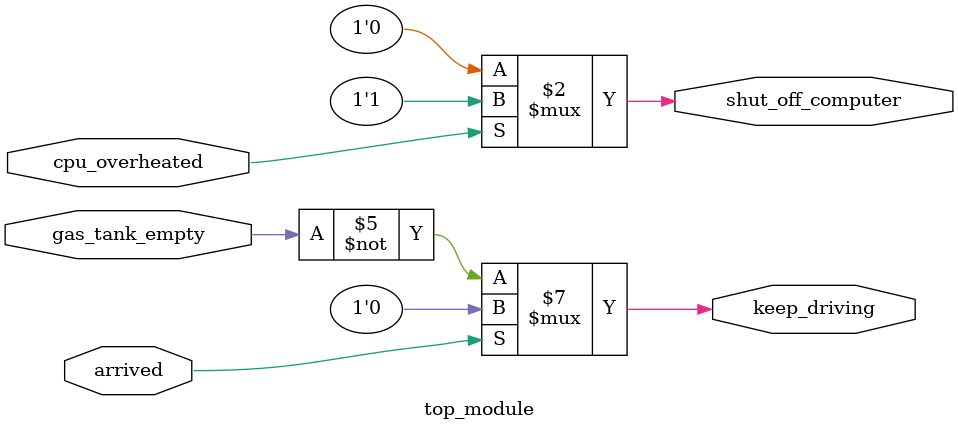
<source format=v>
module top_module (
    input      cpu_overheated,
    output reg shut_off_computer,
    input      arrived,
    input      gas_tank_empty,
    output reg keep_driving  ); //

    always @(*) begin
   shut_off_computer = cpu_overheated?1'b1:1'b0;
    end

    always @(*) begin
        if (~arrived)
           keep_driving = ~gas_tank_empty;
        else keep_driving = 1'b0;
    end

endmodule

</source>
